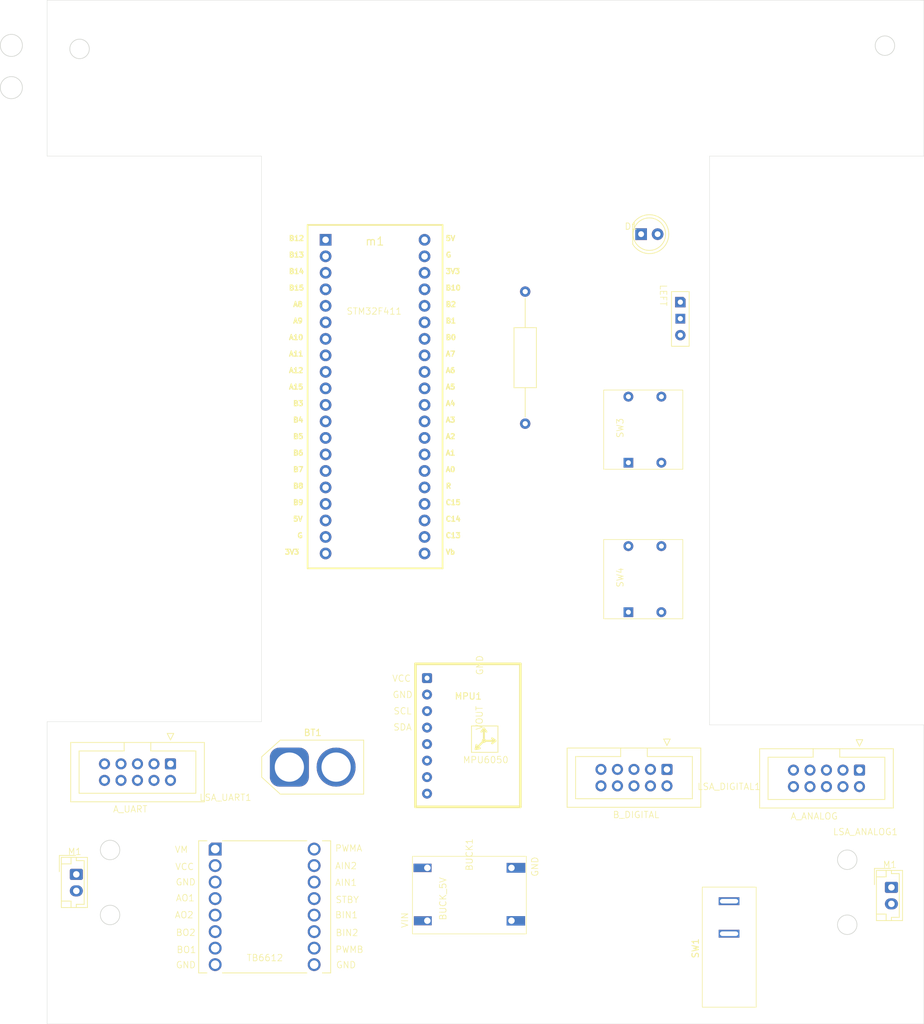
<source format=kicad_pcb>
(kicad_pcb
	(version 20240108)
	(generator "pcbnew")
	(generator_version "8.0")
	(general
		(thickness 1.6)
		(legacy_teardrops no)
	)
	(paper "A4")
	(layers
		(0 "F.Cu" signal)
		(31 "B.Cu" signal)
		(36 "B.SilkS" user "B.Silkscreen")
		(37 "F.SilkS" user "F.Silkscreen")
		(38 "B.Mask" user)
		(39 "F.Mask" user)
		(44 "Edge.Cuts" user)
		(45 "Margin" user)
		(46 "B.CrtYd" user "B.Courtyard")
		(47 "F.CrtYd" user "F.Courtyard")
	)
	(setup
		(pad_to_mask_clearance 0)
		(allow_soldermask_bridges_in_footprints no)
		(pcbplotparams
			(layerselection 0x00010fc_ffffffff)
			(plot_on_all_layers_selection 0x0000000_00000000)
			(disableapertmacros no)
			(usegerberextensions no)
			(usegerberattributes yes)
			(usegerberadvancedattributes yes)
			(creategerberjobfile yes)
			(dashed_line_dash_ratio 12.000000)
			(dashed_line_gap_ratio 3.000000)
			(svgprecision 4)
			(plotframeref no)
			(viasonmask no)
			(mode 1)
			(useauxorigin no)
			(hpglpennumber 1)
			(hpglpenspeed 20)
			(hpglpendiameter 15.000000)
			(pdf_front_fp_property_popups yes)
			(pdf_back_fp_property_popups yes)
			(dxfpolygonmode yes)
			(dxfimperialunits yes)
			(dxfusepcbnewfont yes)
			(psnegative no)
			(psa4output no)
			(plotreference yes)
			(plotvalue yes)
			(plotfptext yes)
			(plotinvisibletext no)
			(sketchpadsonfab no)
			(subtractmaskfromsilk no)
			(outputformat 1)
			(mirror no)
			(drillshape 1)
			(scaleselection 1)
			(outputdirectory "")
		)
	)
	(net 0 "")
	(net 1 "C_GND")
	(net 2 "V_SW")
	(net 3 "V_BAT")
	(net 4 "5V")
	(net 5 "Net-(D1-A)")
	(net 6 "LSA_AN")
	(net 7 "unconnected-(LSA_ANALOG1-Orphan2-Pad7)")
	(net 8 "unconnected-(LSA_ANALOG1-RX-Pad2)")
	(net 9 "unconnected-(LSA_ANALOG1-UEN-Pad3)")
	(net 10 "JPULSE")
	(net 11 "unconnected-(LSA_ANALOG1-Orphan-Pad8)")
	(net 12 "unconnected-(LSA_ANALOG1-Orphan1-Pad6)")
	(net 13 "unconnected-(LSA_ANALOG1-TX-Pad1)")
	(net 14 "D7")
	(net 15 "D6")
	(net 16 "D4")
	(net 17 "D0")
	(net 18 "D1")
	(net 19 "D3")
	(net 20 "D5")
	(net 21 "D2")
	(net 22 "LSA_UEN")
	(net 23 "unconnected-(LSA_UART1-AN-Pad4)")
	(net 24 "unconnected-(LSA_UART1-Orphan-Pad8)")
	(net 25 "unconnected-(LSA_UART1-Orphan1-Pad6)")
	(net 26 "LSA_RX")
	(net 27 "unconnected-(LSA_UART1-Orphan2-Pad7)")
	(net 28 "LSA_TX")
	(net 29 "PRIORITY_SW")
	(net 30 "unconnected-(m1-3V3-Pad20)")
	(net 31 "unconnected-(m1-C15-Pad37)")
	(net 32 "BI2")
	(net 33 "unconnected-(m1-B9-Pad17)")
	(net 34 "unconnected-(m1-C13-Pad39)")
	(net 35 "unconnected-(m1-GND-Pad19)")
	(net 36 "unconnected-(m1-A2-Pad33)")
	(net 37 "BI1")
	(net 38 "PWMA")
	(net 39 "STBY")
	(net 40 "PWMB")
	(net 41 "S_3V3")
	(net 42 "unconnected-(m1-B8-Pad16)")
	(net 43 "MPU_SCL")
	(net 44 "AI1")
	(net 45 "AI2")
	(net 46 "unconnected-(m1-Vbat-Pad40)")
	(net 47 "MPU_SDA")
	(net 48 "SW_TRY")
	(net 49 "LED_F")
	(net 50 "unconnected-(m1-C14-Pad38)")
	(net 51 "SW_RUN")
	(net 52 "unconnected-(m1-5V-Pad18)")
	(net 53 "unconnected-(m1-NRST-Pad36)")
	(net 54 "AO1")
	(net 55 "AO2")
	(net 56 "BO1")
	(net 57 "BO2")
	(net 58 "unconnected-(MPU1-XCL-Pad6)")
	(net 59 "unconnected-(MPU1-INT-Pad8)")
	(net 60 "unconnected-(MPU1-ADO-Pad7)")
	(net 61 "unconnected-(MPU1-XDA-Pad5)")
	(net 62 "unconnected-(U1-GND-Pad8)")
	(net 63 "unconnected-(U1-GND-Pad3)")
	(footprint "Connector_AMASS:AMASS_XT60-M_1x02_P7.20mm_Vertical" (layer "F.Cu") (at 62.8 144.54))
	(footprint "LINE_F_FOOT_LIB:MPU6050_AR" (layer "F.Cu") (at 82.222 150.652))
	(footprint "LINE_F_FOOT_LIB:BUCK_SMD" (layer "F.Cu") (at 94.086 150.904 90))
	(footprint "LINE_F_FOOT_LIB:connector_motor" (layer "F.Cu") (at 151.02 164.4 -90))
	(footprint "LINE_F_FOOT_LIB:LED_LINE" (layer "F.Cu") (at 118.41 67.35))
	(footprint "LINE_F_FOOT_LIB:FINAL_BLACKPILL_LINE" (layer "F.Cu") (at 76 87.54))
	(footprint "LINE_F_FOOT_LIB:LSA_UART" (layer "F.Cu") (at 51.7 150.13))
	(footprint "LINE_F_FOOT_LIB:LSA_ANALOG" (layer "F.Cu") (at 159.32 144.24))
	(footprint "LINE_F_FOOT_LIB:push_button" (layer "F.Cu") (at 117.032 93.128 90))
	(footprint "LINE_F_FOOT_LIB:battery_sw" (layer "F.Cu") (at 130.5 172.355 -90))
	(footprint "LINE_F_FOOT_LIB:push_button" (layer "F.Cu") (at 117.032 116.128 90))
	(footprint "LINE_F_FOOT_LIB:LSA_DIGITAL" (layer "F.Cu") (at 130.5 148.04))
	(footprint "LINE_F_FOOT_LIB:TB6612FNG_LINE" (layer "F.Cu") (at 59 166.04))
	(footprint "LINE_F_FOOT_LIB:SLIDE SW" (layer "F.Cu") (at 119.92 75.49 -90))
	(footprint "LINE_F_FOOT_LIB:RESISTOR_LINE" (layer "F.Cu") (at 95.2625 81.71 -90))
	(footprint "LINE_F_FOOT_LIB:connector_motor" (layer "F.Cu") (at 25.52 162.4 -90))
	(gr_line
		(start 127.5 138.04)
		(end 160.5 138.04)
		(stroke
			(width 0.05)
			(type default)
		)
		(layer "Edge.Cuts")
		(uuid "04cb6034-c6ca-4c6e-8ffe-840beb8ca798")
	)
	(gr_line
		(start 160.5 26.54)
		(end 160.5 50.54)
		(stroke
			(width 0.05)
			(type default)
		)
		(layer "Edge.Cuts")
		(uuid "0793ea0e-ed74-4250-957f-41b96d404473")
	)
	(gr_line
		(start 25.5 184.04)
		(end 25.5 137.54)
		(stroke
			(width 0.05)
			(type default)
		)
		(layer "Edge.Cuts")
		(uuid "0797ff28-92d9-454a-aa06-494741789b9c")
	)
	(gr_circle
		(center 35.1975 157.29)
		(end 36.6975 157.29)
		(stroke
			(width 0.1)
			(type default)
		)
		(fill none)
		(layer "Edge.Cuts")
		(uuid "0ab0dc07-8255-49a5-b395-a152b1d97708")
	)
	(gr_circle
		(center 30.5 34.04)
		(end 32 34.04)
		(stroke
			(width 0.1)
			(type default)
		)
		(fill none)
		(layer "Edge.Cuts")
		(uuid "1ed2d49c-6a40-4df9-9860-5ffad6fbd507")
	)
	(gr_circle
		(center 148.6975 158.79)
		(end 150.1975 158.79)
		(stroke
			(width 0.1)
			(type default)
		)
		(fill none)
		(layer "Edge.Cuts")
		(uuid "28cbf529-f2ca-414c-9b50-ba45c79e1568")
	)
	(gr_circle
		(center 154.5 33.54)
		(end 156 33.54)
		(stroke
			(width 0.1)
			(type default)
		)
		(fill none)
		(layer "Edge.Cuts")
		(uuid "709ab565-440c-47a0-80fc-53ead1f6f86b")
	)
	(gr_line
		(start 25.5 26.54)
		(end 160.5 26.54)
		(stroke
			(width 0.05)
			(type default)
		)
		(layer "Edge.Cuts")
		(uuid "762ee16b-a2dc-4576-8b9c-1a74ac75025a")
	)
	(gr_line
		(start 25.5 50.54)
		(end 58.5 50.54)
		(stroke
			(width 0.05)
			(type default)
		)
		(layer "Edge.Cuts")
		(uuid "79e3d089-70a4-4d54-891e-e062b539544b")
	)
	(gr_line
		(start 58.5 50.54)
		(end 58.5 137.54)
		(stroke
			(width 0.05)
			(type default)
		)
		(layer "Edge.Cuts")
		(uuid "9c824642-5d99-4756-a587-08b9c626580a")
	)
	(gr_line
		(start 127.5 50.54)
		(end 127.5 138.04)
		(stroke
			(width 0.05)
			(type default)
		)
		(layer "Edge.Cuts")
		(uuid "bee754c9-4562-42cd-b96f-219be4128216")
	)
	(gr_line
		(start 25.5 26.54)
		(end 25.5 50.54)
		(stroke
			(width 0.05)
			(type default)
		)
		(layer "Edge.Cuts")
		(uuid "c24ea56f-353f-4707-8960-ed34d86d7432")
	)
	(gr_line
		(start 160 26.54)
		(end 160.5 26.54)
		(stroke
			(width 0.05)
			(type default)
		)
		(layer "Edge.Cuts")
		(uuid "c5ff3da4-ccc6-4ec0-a125-b472209b38e4")
	)
	(gr_line
		(start 160.5 50.54)
		(end 127.5 50.54)
		(stroke
			(width 0.05)
			(type default)
		)
		(layer "Edge.Cuts")
		(uuid "c6208d99-fdae-4a68-80c3-cef36ce0c362")
	)
	(gr_circle
		(center 20 40)
		(end 21.7 40)
		(stroke
			(width 0.1)
			(type default)
		)
		(fill none)
		(layer "Edge.Cuts")
		(uuid "cedffc2c-0a2f-47c4-bc80-3ddb03604e4b")
	)
	(gr_circle
		(center 35.1975 167.29)
		(end 36.6975 167.29)
		(stroke
			(width 0.1)
			(type default)
		)
		(fill none)
		(layer "Edge.Cuts")
		(uuid "d2ffbf06-b321-4584-8f19-a8cde177b8c4")
	)
	(gr_line
		(start 160.5 138.04)
		(end 160.5 184.04)
		(stroke
			(width 0.05)
			(type default)
		)
		(layer "Edge.Cuts")
		(uuid "db481521-d042-482f-8315-cc2e390cf6b5")
	)
	(gr_line
		(start 58.5 137.54)
		(end 25.5 137.54)
		(stroke
			(width 0.05)
			(type default)
		)
		(layer "Edge.Cuts")
		(uuid "de225145-2977-47a5-a7a5-26a8a497ef6d")
	)
	(gr_circle
		(center 148.6975 168.79)
		(end 150.1975 168.79)
		(stroke
			(width 0.1)
			(type default)
		)
		(fill none)
		(layer "Edge.Cuts")
		(uuid "e055fd1f-2c7b-4203-9f5f-1656eb827bde")
	)
	(gr_line
		(start 160.5 184.04)
		(end 25.5 184.04)
		(stroke
			(width 0.05)
			(type default)
		)
		(layer "Edge.Cuts")
		(uuid "f0cdabc6-64d9-47d7-8711-cee69433eecf")
	)
	(gr_circle
		(center 20 33.5)
		(end 21.7 33.5)
		(stroke
			(width 0.1)
			(type default)
		)
		(fill none)
		(layer "Edge.Cuts")
		(uuid "f8e4577f-f489-42b1-89a0-1e62e25c77ca")
	)
)
(kicad_pcb
	(version 20240108)
	(generator "pcbnew")
	(generator_version "8.0")
	(general
		(thickness 1.6)
		(legacy_teardrops no)
	)
	(paper "A4")
	(layers
		(0 "F.Cu" signal)
		(31 "B.Cu" signal)
		(36 "B.SilkS" user "B.Silkscreen")
		(37 "F.SilkS" user "F.Silkscreen")
		(38 "B.Mask" user)
		(39 "F.Mask" user)
		(44 "Edge.Cuts" user)
		(45 "Margin" user)
		(46 "B.CrtYd" user "B.Courtyard")
		(47 "F.CrtYd" user "F.Courtyard")
	)
	(setup
		(pad_to_mask_clearance 0)
		(allow_soldermask_bridges_in_footprints no)
		(pcbplotparams
			(layerselection 0x00010fc_ffffffff)
			(plot_on_all_layers_selection 0x0000000_00000000)
			(disableapertmacros no)
			(usegerberextensions no)
			(usegerberattributes yes)
			(usegerberadvancedattributes yes)
			(creategerberjobfile yes)
			(dashed_line_dash_ratio 12.000000)
			(dashed_line_gap_ratio 3.000000)
			(svgprecision 4)
			(plotframeref no)
			(viasonmask no)
			(mode 1)
			(useauxorigin no)
			(hpglpennumber 1)
			(hpglpenspeed 20)
			(hpglpendiameter 15.000000)
			(pdf_front_fp_property_popups yes)
			(pdf_back_fp_property_popups yes)
			(dxfpolygonmode yes)
			(dxfimperialunits yes)
			(dxfusepcbnewfont yes)
			(psnegative no)
			(psa4output no)
			(plotreference yes)
			(plotvalue yes)
			(plotfptext yes)
			(plotinvisibletext no)
			(sketchpadsonfab no)
			(subtractmaskfromsilk no)
			(outputformat 1)
			(mirror no)
			(drillshape 1)
			(scaleselection 1)
			(outputdirectory "")
		)
	)
	(net 0 "")
	(net 1 "C_GND")
	(net 2 "V_SW")
	(net 3 "V_BAT")
	(net 4 "5V")
	(net 5 "Net-(D1-A)")
	(net 6 "LSA_AN")
	(net 7 "unconnected-(LSA_ANALOG1-Orphan2-Pad7)")
	(net 8 "unconnected-(LSA_ANALOG1-RX-Pad2)")
	(net 9 "unconnected-(LSA_ANALOG1-UEN-Pad3)")
	(net 10 "JPULSE")
	(net 11 "unconnected-(LSA_ANALOG1-Orphan-Pad8)")
	(net 12 "unconnected-(LSA_ANALOG1-Orphan1-Pad6)")
	(net 13 "unconnected-(LSA_ANALOG1-TX-Pad1)")
	(net 14 "D7")
	(net 15 "D6")
	(net 16 "D4")
	(net 17 "D0")
	(net 18 "D1")
	(net 19 "D3")
	(net 20 "D5")
	(net 21 "D2")
	(net 22 "LSA_UEN")
	(net 23 "unconnected-(LSA_UART1-AN-Pad4)")
	(net 24 "unconnected-(LSA_UART1-Orphan-Pad8)")
	(net 25 "unconnected-(LSA_UART1-Orphan1-Pad6)")
	(net 26 "LSA_RX")
	(net 27 "unconnected-(LSA_UART1-Orphan2-Pad7)")
	(net 28 "LSA_TX")
	(net 29 "PRIORITY_SW")
	(net 30 "unconnected-(m1-3V3-Pad20)")
	(net 31 "unconnected-(m1-C15-Pad37)")
	(net 32 "BI2")
	(net 33 "unconnected-(m1-B9-Pad17)")
	(net 34 "unconnected-(m1-C13-Pad39)")
	(net 35 "unconnected-(m1-GND-Pad19)")
	(net 36 "unconnected-(m1-A2-Pad33)")
	(net 37 "BI1")
	(net 38 "PWMA")
	(net 39 "STBY")
	(net 40 "PWMB")
	(net 41 "S_3V3")
	(net 42 "unconnected-(m1-B8-Pad16)")
	(net 43 "MPU_SCL")
	(net 44 "AI1")
	(net 45 "AI2")
	(net 46 "unconnected-(m1-Vbat-Pad40)")
	(net 47 "MPU_SDA")
	(net 48 "SW_TRY")
	(net 49 "LED_F")
	(net 50 "unconnected-(m1-C14-Pad38)")
	(net 51 "SW_RUN")
	(net 52 "unconnected-(m1-5V-Pad18)")
	(net 53 "unconnected-(m1-NRST-Pad36)")
	(net 54 "AO1")
	(net 55 "AO2")
	(net 56 "BO1")
	(net 57 "BO2")
	(net 58 "unconnected-(MPU1-XCL-Pad6)")
	(net 59 "unconnected-(MPU1-INT-Pad8)")
	(net 60 "unconnected-(MPU1-ADO-Pad7)")
	(net 61 "unconnected-(MPU1-XDA-Pad5)")
	(net 62 "unconnected-(U1-GND-Pad8)")
	(net 63 "unconnected-(U1-GND-Pad3)")
	(footprint "Connector_AMASS:AMASS_XT60-M_1x02_P7.20mm_Vertical" (layer "F.Cu") (at 157.5 133.6))
	(footprint "LINE_F_FOOT_LIB:MPU6050_AR" (layer "F.Cu") (at 149.222 104.812))
	(footprint "LINE_F_FOOT_LIB:BUCK_SMD" (layer "F.Cu") (at 142.1625 89.063))
	(footprint "LINE_F_FOOT_LIB:connector_motor" (layer "F.Cu") (at 107.3225 100.61 -90))
	(footprint "LINE_F_FOOT_LIB:LED_LINE" (layer "F.Cu") (at 218.175 55.3975))
	(footprint "LINE_F_FOOT_LIB:FINAL_BLACKPILL_LINE" (layer "F.Cu") (at 184.38 100.35))
	(footprint "LINE_F_FOOT_LIB:LSA_UART"
		(layer "F.Cu")
		(uuid "748ba2ab-abd6-4564-8df3-423c5f5ccf40")
		(at 202.7 153.55)
		(property "Reference" "LSA_UART1"
			(at 1.2625 -0.91 0)
			(unlocked yes)
			(layer "F.SilkS")
			(uuid "bd14c126-0ffb-41d6-9988-79d6cee62dcd")
			(effects
				(font
					(size 1 1)
					(thickness 0.1)
				)
			)
		)
		(property "Value" "~"
			(at -12.14 -11.09 0)
			(unlocked yes)
			(layer "F.Fab")
			(uuid "8fc57dc3-cec0-4ba5-9707-8848bca25476")
			(effects
				(font
					(size 1 1)
					(thickness 0.15)
				)
			)
		)
		(property "Footprint" "LINE_F_FOOT_LIB:LSA_UART"
			(at 0 0 0)
			(unlocked yes)
			(layer "F.Fab")
			(hide yes)
			(uuid "1b406228-2af8-4329-ba2e-5de72f7a6b77")
			(effects
				(font
					(size 1 1)
					(thickness 0.15)
				)
			)
		)
		(property "Datasheet" ""
			(at 0 0 0)
			(unlocked yes)
			(layer "F.Fab")
			(hide yes)
			(uuid "a8b05030-9610-45de-a76e-3b5804d32ff5")
			(effects
				(font
					(size 1 1)
					(thickness 0.15)
				)
			)
		)
		(property "Description" ""
			(at 0 0 0)
			(unlocked yes)
			(layer "F.Fab")
			(hide yes)
			(uuid "772b042c-9b85-4452-beed-284993c61965")
			(effects
				(font
					(size 1 1)
					(thickness 0.15)
				)
			)
		)
		(path "/40a1fdb1-05da-48ee-ae4e-71dd9cd19b43")
		(sheetname "Root")
		(sheetfile "line_f.kicad_sch")
		(attr through_hole)
		(fp_line
			(start -22.57 -9.38)
			(end -1.99 -9.38)
			(stroke
				(width 0.12)
				(type solid)
			)
			(layer "F.SilkS")
			(uuid "b6ae73fa-0b97-46fa-aa7c-e081880968f9")
		)
		(fp_line
			(start -22.57 -0.26)
			(end -22.57 -9.38)
			(stroke
				(width 0.12)
				(type solid)
			)
			(layer "F.SilkS")
			(uuid "804d969e-d404-49a0-b8ea-e0edcf25a196")
		)
		(fp_line
			(start -21.27 -8.07)
			(end -14.33 -8.07)
			(stroke
				(width 0.12)
				(type solid)
			)
			(layer "F.SilkS")
			(uuid "64c71fcb-8def-4ca6-9b4f-17d16beb04fd")
		)
		(fp_line
			(start -21.27 -1.57)
			(end -21.27 -8.07)
			(stroke
				(width 0.12)
				(type solid)
			)
			(layer "F.SilkS")
			(uuid "41344806-6146-48c3-ba30-0f03290cff04")
		)
		(fp_line
			(start -14.33 -8.07)
			(end -14.33 -9.38)
			(stroke
				(width 0.12)
				(type solid)
			)
			(layer "F.SilkS")
			(uuid "470404b0-e093-4d71-b224-6b926e41a63c")
		)
		(fp_line
			(start -14.33 -8.07)
			(end -14.33 -8.07)
			(stroke
				(width 0.12)
				(type solid)
			)
			(layer "F.SilkS")
			(uuid "1a2c67b3-8589-4e9d-9510-56668d38820a")
		)
		(fp_line
			(start -10.23 -9.38)
			(end -10.23 -8.07)
			(stroke
				(width 0.12)
				(type solid)
			)
			(layer "F.SilkS")
			(uuid "d8eb1522-2ee7-47bb-8724-d9f7569757fb")
		)
		(fp_line
			(start -10.23 -8.07)
			(end -3.29 -8.07)
			(stroke
				(width 0.12)
				(type solid)
			)
			(layer "F.SilkS")
			(uuid "9f2390ca-aede-4620-8860-447df83499c8")
		)
		(fp_line
			(start -7.7 -10.77)
			(end -7.2 -9.77)
			(stroke
				(width 0.12)
				(type solid)
			)
			(layer "F.SilkS")
			(uuid "7a2a509a-c9c8-4f86-807e-49db2c2a36e6")
		)
		(fp_line
			(start -7.2 -9.77)
			(end -6.7 -10.77)
			(stroke
				(width 0.12)
				(type solid)
			)
			(layer "F.SilkS")
			(uuid "f9264923-3766-4d07-81f0-47766ae47c0d")
		)
		(fp_line
			(start -6.7 -10.77)
			(end -7.7 -10.77)
			(stroke
				(width 0.12)
				(type solid)
			)
			(layer "F.SilkS")
			(uuid "a349dba1-0448-462e-adfe-b3d431582c48")
		)
		(fp_line
			(start -3.29 -8.07)
			(end -3.29 -1.57)
			(stroke
				(width 0.12)
				(type solid)
			)
			(layer "F.SilkS")
			(uuid "0db47de9-03d9-4919-9454-77bd946269dd")
		)
		(fp_line
			(start -3.29 -1.57)
			(end -21.27 -1.57)
			(stroke
				(width 0.12)
				(type solid)
			)
			(layer "F.SilkS")
			(uuid "9ed85f49-2ff8-47ef-9ba9-59993464893f")
		)
		(fp_line
			(start -1.99 -9.38)
			(end -1.99 -0.26)
			(stroke
				(width 0.12)
				(type solid)
			)
			(layer "F.SilkS")
			(uuid "0121ab2e-90ae-4134-a983-05c69791a69e")
		)
		(fp_line
			(start -1.99 -0.26)
			(end -22.57 -0.26)
			(stroke
				(width 0.12)
				(type solid)
			)
			(layer "F.SilkS")
			(uuid "dea5cca5-1c5c-4e6a-a3ac-8867065d0d40")
		)
		(fp_line
			(start -22.96 -9.77)
			(end -22.96 0.13)
			(stroke
				(width 0.05)
				(type solid)
			)
			(layer "F.CrtYd")
			(uuid "4e95e7c9-2ed6-4571-b645-2e83c940cf4e")
		)
		(fp_line
			(start -22.96 0.13)
			(end -1.6 0.13)
			(stroke
				(width 0.05)
				(type solid)
			)
			(layer "F.CrtYd")
			(uuid "c1726089-a297-4f1e-bad9-29201f0bdefe")
		)
		(fp_line
			(start -1.6 -9.77)
			(end -22.96 -9.77)
			(stroke
				(width 0.05)
				(type solid)
			)
			(layer "F.CrtYd")
			(uuid "3fb80661-409e-40e2-acfa-c84241710b89")
		)
		(fp_line
			(start -1.6 0.13)
			(end -1.6 -9.77)
			(stroke
				(width 0.05)
				(type solid)
			)
			(layer "F.CrtYd")
			(uuid "7164e038-9ee0-4d94-b12f-29744a55db23")
		)
		(fp_line
			(start -22.46 -9.27)
			(end -3.1 -9.27)
			(stroke
				(width 0.1)
				(type solid)
			)
			(layer "F.Fab")
			(uuid "28929dc9-686f-4a1e-b27a-6adab95d3f2f")
		)
		(fp_line
			(start -22.46 -0.37)
			(end -22.46 -9.27)
			(stroke
				(width 0.1)
				(type solid)
			)
			(layer "F.Fab")
			(uuid "663764b6-fa09-4924-a1b0-b6180e79e807")
		)
		(fp_line
			(start -21.27 -8.07)
			(end -14.33 -8.07)
			(stroke
				(width 0.1)
				(type solid)
			)
			(layer "F.Fab")
			(uuid "77f7b293-1929-42be-bc4d-3357ef1015ac")
		)
		(fp_line
			(start -21.27 -1.57)
			(end -21.27 -8.07)
			(stroke
				(width 0.1)
				(type solid)
			)
			(layer "F.Fab")
			(uuid "0324c629-338e-4d19-8d58-848228feb289")
		)
		(fp_line
			(start -14.33 -8.07)
			(end -14.33 -9.27)
			(stroke
				(width 0.1)
				(type solid)
			)
			(layer "F.Fab")
			(uuid "08d62d0a-73bc-44d9-aa61-599c182b0f3c")
		)
		(fp_line
			(start -14.33 -8.07)
			(end -14.33 -8.07)
			(stroke
				(width 0.1)
				(type solid)
			)
			(layer "F.Fab")
			(uuid "eea45a6b-75b4-4d3a-921d-c837afa23a8c")
		)
		(fp_line
			(start -10.23 -9.27)
			(end -10.23 -8.07)
			(stroke
				(width 0.1)
				(type solid)
			)
			(layer "F.Fab")
			(uuid "b071d862-d1f2-4877-b9bb-e74986940f47")
		)
		(fp_line
			(start -10.23 -8.07)
			(end -3.29 -8.07)
			(stroke
				(width 0.1)
				(type solid)
			)
			(layer "F.Fab")
			(uuid "57156b33-ac5b-4af9-b973-25a349cd9818")
		)
		(fp_line
			(start -3.29 -8.07)
			(end -3.29 -1.57)
			(stroke
				(width 0.1)
				(type solid)
			)
			(layer "F.Fab")
			(uuid "b214505c-e6b5-4dd2-9fdc-f76d34b29e24")
		)
		(fp_line
			(start -3.29 -1.57)
			(end -21.27 -1.57)
			(stroke
				(width 0.1)
				(type solid)
			)
			(layer "F.Fab")
			(uuid "af618cb1-b325-4607-a955-29abb9bfa5e0")
		)
		(fp_line
			(start -3.1 -9.27)
			(end -2.1 -8.27)
			(stroke
				(width 0.1)
				(type solid)
			)
			(layer "F.Fab")
			(uuid "a21fe988-8397-4353-b8ab-a64ffa4746ca")
		)
		(fp_line
			(start -2.1 -8.27)
			(end -2.1 -0.37)
			(stroke
				(width 0.1)
				(type solid)
			)
			(layer "F.Fab")
			(uuid "3481a4a4-9740-48d8-8145-7798de13c6f4")
		)
		(fp_line
			(start -2.1 -0.37)
			(end -22.46 -0.37)
			(stroke
				(width 0.1)
				(type solid)
			)
			(layer "F.Fab")
			(uuid "19ca3909-2f60-4c8e-b634-25fe9916f50b")
		)
		(fp_text user "A_UART"
			(at -16.0975 1.46 0)
			(unlocked yes)
			(layer "F.SilkS")
			(uuid "9289bbce-0826-41fa-ba65-2debe6018112")
			(effects
				(font
					(size 1 1)
					(thickness 0.1)
				)
				(justify left bottom)
			)
		)
		(pad "1" thru_hole roundrect
			(at -7.2 -6.09 270)
			(size 1.7 1.7)
			(drill 1)
			(layers "*.Cu" "*.Mask")
			(remove_unused_layers no)
			(roundrect_rratio 0.147059)
			(net 28 "LSA_TX")
			(pinfunction "TX")
			(pintype "bidirectional")
			(uuid "7aba6e8e-5952-4f02-b13b-3f5998070951")
		)
		(pad "2" thru_hole circle
			(at -7.2 -3.55 270)
			(size 1.7 1.7)
			(drill 1)
			(layers "*.Cu" "*.Mask"
... [63553 chars truncated]
</source>
